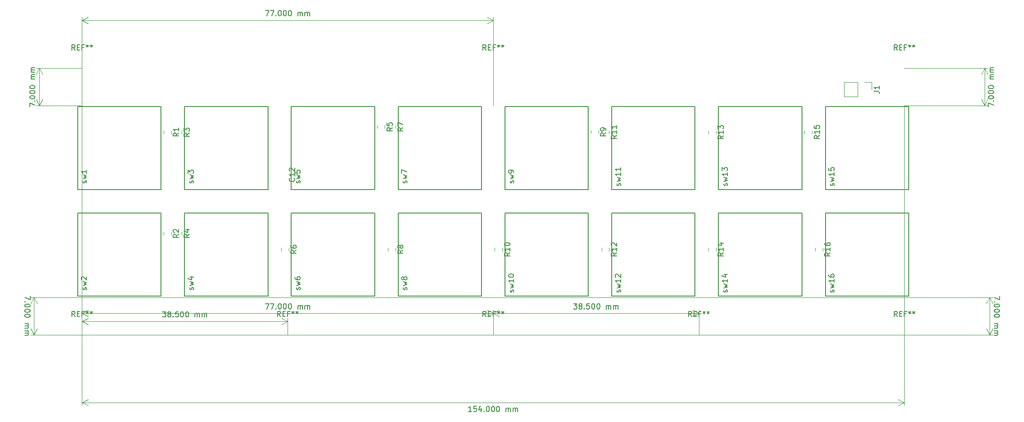
<source format=gbr>
G04 #@! TF.GenerationSoftware,KiCad,Pcbnew,(5.1.5)-3*
G04 #@! TF.CreationDate,2020-07-04T05:03:45+02:00*
G04 #@! TF.ProjectId,buttonboard,62757474-6f6e-4626-9f61-72642e6b6963,rev?*
G04 #@! TF.SameCoordinates,Original*
G04 #@! TF.FileFunction,Legend,Top*
G04 #@! TF.FilePolarity,Positive*
%FSLAX46Y46*%
G04 Gerber Fmt 4.6, Leading zero omitted, Abs format (unit mm)*
G04 Created by KiCad (PCBNEW (5.1.5)-3) date 2020-07-04 05:03:45*
%MOMM*%
%LPD*%
G04 APERTURE LIST*
%ADD10C,0.150000*%
%ADD11C,0.120000*%
G04 APERTURE END LIST*
D10*
X175059523Y-219182380D02*
X175678571Y-219182380D01*
X175345238Y-219563333D01*
X175488095Y-219563333D01*
X175583333Y-219610952D01*
X175630952Y-219658571D01*
X175678571Y-219753809D01*
X175678571Y-219991904D01*
X175630952Y-220087142D01*
X175583333Y-220134761D01*
X175488095Y-220182380D01*
X175202380Y-220182380D01*
X175107142Y-220134761D01*
X175059523Y-220087142D01*
X176250000Y-219610952D02*
X176154761Y-219563333D01*
X176107142Y-219515714D01*
X176059523Y-219420476D01*
X176059523Y-219372857D01*
X176107142Y-219277619D01*
X176154761Y-219230000D01*
X176250000Y-219182380D01*
X176440476Y-219182380D01*
X176535714Y-219230000D01*
X176583333Y-219277619D01*
X176630952Y-219372857D01*
X176630952Y-219420476D01*
X176583333Y-219515714D01*
X176535714Y-219563333D01*
X176440476Y-219610952D01*
X176250000Y-219610952D01*
X176154761Y-219658571D01*
X176107142Y-219706190D01*
X176059523Y-219801428D01*
X176059523Y-219991904D01*
X176107142Y-220087142D01*
X176154761Y-220134761D01*
X176250000Y-220182380D01*
X176440476Y-220182380D01*
X176535714Y-220134761D01*
X176583333Y-220087142D01*
X176630952Y-219991904D01*
X176630952Y-219801428D01*
X176583333Y-219706190D01*
X176535714Y-219658571D01*
X176440476Y-219610952D01*
X177059523Y-220087142D02*
X177107142Y-220134761D01*
X177059523Y-220182380D01*
X177011904Y-220134761D01*
X177059523Y-220087142D01*
X177059523Y-220182380D01*
X178011904Y-219182380D02*
X177535714Y-219182380D01*
X177488095Y-219658571D01*
X177535714Y-219610952D01*
X177630952Y-219563333D01*
X177869047Y-219563333D01*
X177964285Y-219610952D01*
X178011904Y-219658571D01*
X178059523Y-219753809D01*
X178059523Y-219991904D01*
X178011904Y-220087142D01*
X177964285Y-220134761D01*
X177869047Y-220182380D01*
X177630952Y-220182380D01*
X177535714Y-220134761D01*
X177488095Y-220087142D01*
X178678571Y-219182380D02*
X178773809Y-219182380D01*
X178869047Y-219230000D01*
X178916666Y-219277619D01*
X178964285Y-219372857D01*
X179011904Y-219563333D01*
X179011904Y-219801428D01*
X178964285Y-219991904D01*
X178916666Y-220087142D01*
X178869047Y-220134761D01*
X178773809Y-220182380D01*
X178678571Y-220182380D01*
X178583333Y-220134761D01*
X178535714Y-220087142D01*
X178488095Y-219991904D01*
X178440476Y-219801428D01*
X178440476Y-219563333D01*
X178488095Y-219372857D01*
X178535714Y-219277619D01*
X178583333Y-219230000D01*
X178678571Y-219182380D01*
X179630952Y-219182380D02*
X179726190Y-219182380D01*
X179821428Y-219230000D01*
X179869047Y-219277619D01*
X179916666Y-219372857D01*
X179964285Y-219563333D01*
X179964285Y-219801428D01*
X179916666Y-219991904D01*
X179869047Y-220087142D01*
X179821428Y-220134761D01*
X179726190Y-220182380D01*
X179630952Y-220182380D01*
X179535714Y-220134761D01*
X179488095Y-220087142D01*
X179440476Y-219991904D01*
X179392857Y-219801428D01*
X179392857Y-219563333D01*
X179440476Y-219372857D01*
X179488095Y-219277619D01*
X179535714Y-219230000D01*
X179630952Y-219182380D01*
X181154761Y-220182380D02*
X181154761Y-219515714D01*
X181154761Y-219610952D02*
X181202380Y-219563333D01*
X181297619Y-219515714D01*
X181440476Y-219515714D01*
X181535714Y-219563333D01*
X181583333Y-219658571D01*
X181583333Y-220182380D01*
X181583333Y-219658571D02*
X181630952Y-219563333D01*
X181726190Y-219515714D01*
X181869047Y-219515714D01*
X181964285Y-219563333D01*
X182011904Y-219658571D01*
X182011904Y-220182380D01*
X182488095Y-220182380D02*
X182488095Y-219515714D01*
X182488095Y-219610952D02*
X182535714Y-219563333D01*
X182630952Y-219515714D01*
X182773809Y-219515714D01*
X182869047Y-219563333D01*
X182916666Y-219658571D01*
X182916666Y-220182380D01*
X182916666Y-219658571D02*
X182964285Y-219563333D01*
X183059523Y-219515714D01*
X183202380Y-219515714D01*
X183297619Y-219563333D01*
X183345238Y-219658571D01*
X183345238Y-220182380D01*
D11*
X160000000Y-221000000D02*
X198500000Y-221000000D01*
X160000000Y-225000000D02*
X160000000Y-220413579D01*
X198500000Y-225000000D02*
X198500000Y-220413579D01*
X198500000Y-221000000D02*
X197373496Y-221586421D01*
X198500000Y-221000000D02*
X197373496Y-220413579D01*
X160000000Y-221000000D02*
X161126504Y-221586421D01*
X160000000Y-221000000D02*
X161126504Y-220413579D01*
D10*
X98059523Y-220682380D02*
X98678571Y-220682380D01*
X98345238Y-221063333D01*
X98488095Y-221063333D01*
X98583333Y-221110952D01*
X98630952Y-221158571D01*
X98678571Y-221253809D01*
X98678571Y-221491904D01*
X98630952Y-221587142D01*
X98583333Y-221634761D01*
X98488095Y-221682380D01*
X98202380Y-221682380D01*
X98107142Y-221634761D01*
X98059523Y-221587142D01*
X99250000Y-221110952D02*
X99154761Y-221063333D01*
X99107142Y-221015714D01*
X99059523Y-220920476D01*
X99059523Y-220872857D01*
X99107142Y-220777619D01*
X99154761Y-220730000D01*
X99250000Y-220682380D01*
X99440476Y-220682380D01*
X99535714Y-220730000D01*
X99583333Y-220777619D01*
X99630952Y-220872857D01*
X99630952Y-220920476D01*
X99583333Y-221015714D01*
X99535714Y-221063333D01*
X99440476Y-221110952D01*
X99250000Y-221110952D01*
X99154761Y-221158571D01*
X99107142Y-221206190D01*
X99059523Y-221301428D01*
X99059523Y-221491904D01*
X99107142Y-221587142D01*
X99154761Y-221634761D01*
X99250000Y-221682380D01*
X99440476Y-221682380D01*
X99535714Y-221634761D01*
X99583333Y-221587142D01*
X99630952Y-221491904D01*
X99630952Y-221301428D01*
X99583333Y-221206190D01*
X99535714Y-221158571D01*
X99440476Y-221110952D01*
X100059523Y-221587142D02*
X100107142Y-221634761D01*
X100059523Y-221682380D01*
X100011904Y-221634761D01*
X100059523Y-221587142D01*
X100059523Y-221682380D01*
X101011904Y-220682380D02*
X100535714Y-220682380D01*
X100488095Y-221158571D01*
X100535714Y-221110952D01*
X100630952Y-221063333D01*
X100869047Y-221063333D01*
X100964285Y-221110952D01*
X101011904Y-221158571D01*
X101059523Y-221253809D01*
X101059523Y-221491904D01*
X101011904Y-221587142D01*
X100964285Y-221634761D01*
X100869047Y-221682380D01*
X100630952Y-221682380D01*
X100535714Y-221634761D01*
X100488095Y-221587142D01*
X101678571Y-220682380D02*
X101773809Y-220682380D01*
X101869047Y-220730000D01*
X101916666Y-220777619D01*
X101964285Y-220872857D01*
X102011904Y-221063333D01*
X102011904Y-221301428D01*
X101964285Y-221491904D01*
X101916666Y-221587142D01*
X101869047Y-221634761D01*
X101773809Y-221682380D01*
X101678571Y-221682380D01*
X101583333Y-221634761D01*
X101535714Y-221587142D01*
X101488095Y-221491904D01*
X101440476Y-221301428D01*
X101440476Y-221063333D01*
X101488095Y-220872857D01*
X101535714Y-220777619D01*
X101583333Y-220730000D01*
X101678571Y-220682380D01*
X102630952Y-220682380D02*
X102726190Y-220682380D01*
X102821428Y-220730000D01*
X102869047Y-220777619D01*
X102916666Y-220872857D01*
X102964285Y-221063333D01*
X102964285Y-221301428D01*
X102916666Y-221491904D01*
X102869047Y-221587142D01*
X102821428Y-221634761D01*
X102726190Y-221682380D01*
X102630952Y-221682380D01*
X102535714Y-221634761D01*
X102488095Y-221587142D01*
X102440476Y-221491904D01*
X102392857Y-221301428D01*
X102392857Y-221063333D01*
X102440476Y-220872857D01*
X102488095Y-220777619D01*
X102535714Y-220730000D01*
X102630952Y-220682380D01*
X104154761Y-221682380D02*
X104154761Y-221015714D01*
X104154761Y-221110952D02*
X104202380Y-221063333D01*
X104297619Y-221015714D01*
X104440476Y-221015714D01*
X104535714Y-221063333D01*
X104583333Y-221158571D01*
X104583333Y-221682380D01*
X104583333Y-221158571D02*
X104630952Y-221063333D01*
X104726190Y-221015714D01*
X104869047Y-221015714D01*
X104964285Y-221063333D01*
X105011904Y-221158571D01*
X105011904Y-221682380D01*
X105488095Y-221682380D02*
X105488095Y-221015714D01*
X105488095Y-221110952D02*
X105535714Y-221063333D01*
X105630952Y-221015714D01*
X105773809Y-221015714D01*
X105869047Y-221063333D01*
X105916666Y-221158571D01*
X105916666Y-221682380D01*
X105916666Y-221158571D02*
X105964285Y-221063333D01*
X106059523Y-221015714D01*
X106202380Y-221015714D01*
X106297619Y-221063333D01*
X106345238Y-221158571D01*
X106345238Y-221682380D01*
D11*
X83000000Y-222500000D02*
X121500000Y-222500000D01*
X83000000Y-225000000D02*
X83000000Y-221913579D01*
X121500000Y-225000000D02*
X121500000Y-221913579D01*
X121500000Y-222500000D02*
X120373496Y-223086421D01*
X121500000Y-222500000D02*
X120373496Y-221913579D01*
X83000000Y-222500000D02*
X84126504Y-223086421D01*
X83000000Y-222500000D02*
X84126504Y-221913579D01*
D10*
X117309523Y-219182380D02*
X117976190Y-219182380D01*
X117547619Y-220182380D01*
X118261904Y-219182380D02*
X118928571Y-219182380D01*
X118500000Y-220182380D01*
X119309523Y-220087142D02*
X119357142Y-220134761D01*
X119309523Y-220182380D01*
X119261904Y-220134761D01*
X119309523Y-220087142D01*
X119309523Y-220182380D01*
X119976190Y-219182380D02*
X120071428Y-219182380D01*
X120166666Y-219230000D01*
X120214285Y-219277619D01*
X120261904Y-219372857D01*
X120309523Y-219563333D01*
X120309523Y-219801428D01*
X120261904Y-219991904D01*
X120214285Y-220087142D01*
X120166666Y-220134761D01*
X120071428Y-220182380D01*
X119976190Y-220182380D01*
X119880952Y-220134761D01*
X119833333Y-220087142D01*
X119785714Y-219991904D01*
X119738095Y-219801428D01*
X119738095Y-219563333D01*
X119785714Y-219372857D01*
X119833333Y-219277619D01*
X119880952Y-219230000D01*
X119976190Y-219182380D01*
X120928571Y-219182380D02*
X121023809Y-219182380D01*
X121119047Y-219230000D01*
X121166666Y-219277619D01*
X121214285Y-219372857D01*
X121261904Y-219563333D01*
X121261904Y-219801428D01*
X121214285Y-219991904D01*
X121166666Y-220087142D01*
X121119047Y-220134761D01*
X121023809Y-220182380D01*
X120928571Y-220182380D01*
X120833333Y-220134761D01*
X120785714Y-220087142D01*
X120738095Y-219991904D01*
X120690476Y-219801428D01*
X120690476Y-219563333D01*
X120738095Y-219372857D01*
X120785714Y-219277619D01*
X120833333Y-219230000D01*
X120928571Y-219182380D01*
X121880952Y-219182380D02*
X121976190Y-219182380D01*
X122071428Y-219230000D01*
X122119047Y-219277619D01*
X122166666Y-219372857D01*
X122214285Y-219563333D01*
X122214285Y-219801428D01*
X122166666Y-219991904D01*
X122119047Y-220087142D01*
X122071428Y-220134761D01*
X121976190Y-220182380D01*
X121880952Y-220182380D01*
X121785714Y-220134761D01*
X121738095Y-220087142D01*
X121690476Y-219991904D01*
X121642857Y-219801428D01*
X121642857Y-219563333D01*
X121690476Y-219372857D01*
X121738095Y-219277619D01*
X121785714Y-219230000D01*
X121880952Y-219182380D01*
X123404761Y-220182380D02*
X123404761Y-219515714D01*
X123404761Y-219610952D02*
X123452380Y-219563333D01*
X123547619Y-219515714D01*
X123690476Y-219515714D01*
X123785714Y-219563333D01*
X123833333Y-219658571D01*
X123833333Y-220182380D01*
X123833333Y-219658571D02*
X123880952Y-219563333D01*
X123976190Y-219515714D01*
X124119047Y-219515714D01*
X124214285Y-219563333D01*
X124261904Y-219658571D01*
X124261904Y-220182380D01*
X124738095Y-220182380D02*
X124738095Y-219515714D01*
X124738095Y-219610952D02*
X124785714Y-219563333D01*
X124880952Y-219515714D01*
X125023809Y-219515714D01*
X125119047Y-219563333D01*
X125166666Y-219658571D01*
X125166666Y-220182380D01*
X125166666Y-219658571D02*
X125214285Y-219563333D01*
X125309523Y-219515714D01*
X125452380Y-219515714D01*
X125547619Y-219563333D01*
X125595238Y-219658571D01*
X125595238Y-220182380D01*
D11*
X83000000Y-221000000D02*
X160000000Y-221000000D01*
X83000000Y-225000000D02*
X83000000Y-220413579D01*
X160000000Y-225000000D02*
X160000000Y-220413579D01*
X160000000Y-221000000D02*
X158873496Y-221586421D01*
X160000000Y-221000000D02*
X158873496Y-220413579D01*
X83000000Y-221000000D02*
X84126504Y-221586421D01*
X83000000Y-221000000D02*
X84126504Y-220413579D01*
D10*
X254817619Y-217785714D02*
X254817619Y-218452380D01*
X253817619Y-218023809D01*
X253912857Y-218833333D02*
X253865238Y-218880952D01*
X253817619Y-218833333D01*
X253865238Y-218785714D01*
X253912857Y-218833333D01*
X253817619Y-218833333D01*
X254817619Y-219500000D02*
X254817619Y-219595238D01*
X254770000Y-219690476D01*
X254722380Y-219738095D01*
X254627142Y-219785714D01*
X254436666Y-219833333D01*
X254198571Y-219833333D01*
X254008095Y-219785714D01*
X253912857Y-219738095D01*
X253865238Y-219690476D01*
X253817619Y-219595238D01*
X253817619Y-219500000D01*
X253865238Y-219404761D01*
X253912857Y-219357142D01*
X254008095Y-219309523D01*
X254198571Y-219261904D01*
X254436666Y-219261904D01*
X254627142Y-219309523D01*
X254722380Y-219357142D01*
X254770000Y-219404761D01*
X254817619Y-219500000D01*
X254817619Y-220452380D02*
X254817619Y-220547619D01*
X254770000Y-220642857D01*
X254722380Y-220690476D01*
X254627142Y-220738095D01*
X254436666Y-220785714D01*
X254198571Y-220785714D01*
X254008095Y-220738095D01*
X253912857Y-220690476D01*
X253865238Y-220642857D01*
X253817619Y-220547619D01*
X253817619Y-220452380D01*
X253865238Y-220357142D01*
X253912857Y-220309523D01*
X254008095Y-220261904D01*
X254198571Y-220214285D01*
X254436666Y-220214285D01*
X254627142Y-220261904D01*
X254722380Y-220309523D01*
X254770000Y-220357142D01*
X254817619Y-220452380D01*
X254817619Y-221404761D02*
X254817619Y-221500000D01*
X254770000Y-221595238D01*
X254722380Y-221642857D01*
X254627142Y-221690476D01*
X254436666Y-221738095D01*
X254198571Y-221738095D01*
X254008095Y-221690476D01*
X253912857Y-221642857D01*
X253865238Y-221595238D01*
X253817619Y-221500000D01*
X253817619Y-221404761D01*
X253865238Y-221309523D01*
X253912857Y-221261904D01*
X254008095Y-221214285D01*
X254198571Y-221166666D01*
X254436666Y-221166666D01*
X254627142Y-221214285D01*
X254722380Y-221261904D01*
X254770000Y-221309523D01*
X254817619Y-221404761D01*
X253817619Y-222928571D02*
X254484285Y-222928571D01*
X254389047Y-222928571D02*
X254436666Y-222976190D01*
X254484285Y-223071428D01*
X254484285Y-223214285D01*
X254436666Y-223309523D01*
X254341428Y-223357142D01*
X253817619Y-223357142D01*
X254341428Y-223357142D02*
X254436666Y-223404761D01*
X254484285Y-223500000D01*
X254484285Y-223642857D01*
X254436666Y-223738095D01*
X254341428Y-223785714D01*
X253817619Y-223785714D01*
X253817619Y-224261904D02*
X254484285Y-224261904D01*
X254389047Y-224261904D02*
X254436666Y-224309523D01*
X254484285Y-224404761D01*
X254484285Y-224547619D01*
X254436666Y-224642857D01*
X254341428Y-224690476D01*
X253817619Y-224690476D01*
X254341428Y-224690476D02*
X254436666Y-224738095D01*
X254484285Y-224833333D01*
X254484285Y-224976190D01*
X254436666Y-225071428D01*
X254341428Y-225119047D01*
X253817619Y-225119047D01*
D11*
X253000000Y-218000000D02*
X253000000Y-225000000D01*
X83000000Y-218000000D02*
X253586421Y-218000000D01*
X83000000Y-225000000D02*
X253586421Y-225000000D01*
X253000000Y-225000000D02*
X252413579Y-223873496D01*
X253000000Y-225000000D02*
X253586421Y-223873496D01*
X253000000Y-218000000D02*
X252413579Y-219126504D01*
X253000000Y-218000000D02*
X253586421Y-219126504D01*
D10*
X73277619Y-217785714D02*
X73277619Y-218452380D01*
X72277619Y-218023809D01*
X72372857Y-218833333D02*
X72325238Y-218880952D01*
X72277619Y-218833333D01*
X72325238Y-218785714D01*
X72372857Y-218833333D01*
X72277619Y-218833333D01*
X73277619Y-219500000D02*
X73277619Y-219595238D01*
X73230000Y-219690476D01*
X73182380Y-219738095D01*
X73087142Y-219785714D01*
X72896666Y-219833333D01*
X72658571Y-219833333D01*
X72468095Y-219785714D01*
X72372857Y-219738095D01*
X72325238Y-219690476D01*
X72277619Y-219595238D01*
X72277619Y-219500000D01*
X72325238Y-219404761D01*
X72372857Y-219357142D01*
X72468095Y-219309523D01*
X72658571Y-219261904D01*
X72896666Y-219261904D01*
X73087142Y-219309523D01*
X73182380Y-219357142D01*
X73230000Y-219404761D01*
X73277619Y-219500000D01*
X73277619Y-220452380D02*
X73277619Y-220547619D01*
X73230000Y-220642857D01*
X73182380Y-220690476D01*
X73087142Y-220738095D01*
X72896666Y-220785714D01*
X72658571Y-220785714D01*
X72468095Y-220738095D01*
X72372857Y-220690476D01*
X72325238Y-220642857D01*
X72277619Y-220547619D01*
X72277619Y-220452380D01*
X72325238Y-220357142D01*
X72372857Y-220309523D01*
X72468095Y-220261904D01*
X72658571Y-220214285D01*
X72896666Y-220214285D01*
X73087142Y-220261904D01*
X73182380Y-220309523D01*
X73230000Y-220357142D01*
X73277619Y-220452380D01*
X73277619Y-221404761D02*
X73277619Y-221500000D01*
X73230000Y-221595238D01*
X73182380Y-221642857D01*
X73087142Y-221690476D01*
X72896666Y-221738095D01*
X72658571Y-221738095D01*
X72468095Y-221690476D01*
X72372857Y-221642857D01*
X72325238Y-221595238D01*
X72277619Y-221500000D01*
X72277619Y-221404761D01*
X72325238Y-221309523D01*
X72372857Y-221261904D01*
X72468095Y-221214285D01*
X72658571Y-221166666D01*
X72896666Y-221166666D01*
X73087142Y-221214285D01*
X73182380Y-221261904D01*
X73230000Y-221309523D01*
X73277619Y-221404761D01*
X72277619Y-222928571D02*
X72944285Y-222928571D01*
X72849047Y-222928571D02*
X72896666Y-222976190D01*
X72944285Y-223071428D01*
X72944285Y-223214285D01*
X72896666Y-223309523D01*
X72801428Y-223357142D01*
X72277619Y-223357142D01*
X72801428Y-223357142D02*
X72896666Y-223404761D01*
X72944285Y-223500000D01*
X72944285Y-223642857D01*
X72896666Y-223738095D01*
X72801428Y-223785714D01*
X72277619Y-223785714D01*
X72277619Y-224261904D02*
X72944285Y-224261904D01*
X72849047Y-224261904D02*
X72896666Y-224309523D01*
X72944285Y-224404761D01*
X72944285Y-224547619D01*
X72896666Y-224642857D01*
X72801428Y-224690476D01*
X72277619Y-224690476D01*
X72801428Y-224690476D02*
X72896666Y-224738095D01*
X72944285Y-224833333D01*
X72944285Y-224976190D01*
X72896666Y-225071428D01*
X72801428Y-225119047D01*
X72277619Y-225119047D01*
D11*
X74000000Y-218000000D02*
X74000000Y-225000000D01*
X83000000Y-218000000D02*
X73413579Y-218000000D01*
X83000000Y-225000000D02*
X73413579Y-225000000D01*
X74000000Y-225000000D02*
X73413579Y-223873496D01*
X74000000Y-225000000D02*
X74586421Y-223873496D01*
X74000000Y-218000000D02*
X73413579Y-219126504D01*
X74000000Y-218000000D02*
X74586421Y-219126504D01*
D10*
X155952380Y-239422379D02*
X155380952Y-239422379D01*
X155666666Y-239422379D02*
X155666666Y-238422379D01*
X155571428Y-238565237D01*
X155476190Y-238660475D01*
X155380952Y-238708094D01*
X156857142Y-238422379D02*
X156380952Y-238422379D01*
X156333333Y-238898570D01*
X156380952Y-238850951D01*
X156476190Y-238803332D01*
X156714285Y-238803332D01*
X156809523Y-238850951D01*
X156857142Y-238898570D01*
X156904761Y-238993808D01*
X156904761Y-239231903D01*
X156857142Y-239327141D01*
X156809523Y-239374760D01*
X156714285Y-239422379D01*
X156476190Y-239422379D01*
X156380952Y-239374760D01*
X156333333Y-239327141D01*
X157761904Y-238755713D02*
X157761904Y-239422379D01*
X157523809Y-238374760D02*
X157285714Y-239089046D01*
X157904761Y-239089046D01*
X158285714Y-239327141D02*
X158333333Y-239374760D01*
X158285714Y-239422379D01*
X158238095Y-239374760D01*
X158285714Y-239327141D01*
X158285714Y-239422379D01*
X158952380Y-238422379D02*
X159047619Y-238422379D01*
X159142857Y-238469999D01*
X159190476Y-238517618D01*
X159238095Y-238612856D01*
X159285714Y-238803332D01*
X159285714Y-239041427D01*
X159238095Y-239231903D01*
X159190476Y-239327141D01*
X159142857Y-239374760D01*
X159047619Y-239422379D01*
X158952380Y-239422379D01*
X158857142Y-239374760D01*
X158809523Y-239327141D01*
X158761904Y-239231903D01*
X158714285Y-239041427D01*
X158714285Y-238803332D01*
X158761904Y-238612856D01*
X158809523Y-238517618D01*
X158857142Y-238469999D01*
X158952380Y-238422379D01*
X159904761Y-238422379D02*
X160000000Y-238422379D01*
X160095238Y-238469999D01*
X160142857Y-238517618D01*
X160190476Y-238612856D01*
X160238095Y-238803332D01*
X160238095Y-239041427D01*
X160190476Y-239231903D01*
X160142857Y-239327141D01*
X160095238Y-239374760D01*
X160000000Y-239422379D01*
X159904761Y-239422379D01*
X159809523Y-239374760D01*
X159761904Y-239327141D01*
X159714285Y-239231903D01*
X159666666Y-239041427D01*
X159666666Y-238803332D01*
X159714285Y-238612856D01*
X159761904Y-238517618D01*
X159809523Y-238469999D01*
X159904761Y-238422379D01*
X160857142Y-238422379D02*
X160952380Y-238422379D01*
X161047619Y-238469999D01*
X161095238Y-238517618D01*
X161142857Y-238612856D01*
X161190476Y-238803332D01*
X161190476Y-239041427D01*
X161142857Y-239231903D01*
X161095238Y-239327141D01*
X161047619Y-239374760D01*
X160952380Y-239422379D01*
X160857142Y-239422379D01*
X160761904Y-239374760D01*
X160714285Y-239327141D01*
X160666666Y-239231903D01*
X160619047Y-239041427D01*
X160619047Y-238803332D01*
X160666666Y-238612856D01*
X160714285Y-238517618D01*
X160761904Y-238469999D01*
X160857142Y-238422379D01*
X162380952Y-239422379D02*
X162380952Y-238755713D01*
X162380952Y-238850951D02*
X162428571Y-238803332D01*
X162523809Y-238755713D01*
X162666666Y-238755713D01*
X162761904Y-238803332D01*
X162809523Y-238898570D01*
X162809523Y-239422379D01*
X162809523Y-238898570D02*
X162857142Y-238803332D01*
X162952380Y-238755713D01*
X163095238Y-238755713D01*
X163190476Y-238803332D01*
X163238095Y-238898570D01*
X163238095Y-239422379D01*
X163714285Y-239422379D02*
X163714285Y-238755713D01*
X163714285Y-238850951D02*
X163761904Y-238803332D01*
X163857142Y-238755713D01*
X164000000Y-238755713D01*
X164095238Y-238803332D01*
X164142857Y-238898570D01*
X164142857Y-239422379D01*
X164142857Y-238898570D02*
X164190476Y-238803332D01*
X164285714Y-238755713D01*
X164428571Y-238755713D01*
X164523809Y-238803332D01*
X164571428Y-238898570D01*
X164571428Y-239422379D01*
D11*
X83000000Y-237699999D02*
X237000000Y-237699999D01*
X83000000Y-182000000D02*
X83000000Y-238286420D01*
X237000000Y-182000000D02*
X237000000Y-238286420D01*
X237000000Y-237699999D02*
X235873496Y-238286420D01*
X237000000Y-237699999D02*
X235873496Y-237113578D01*
X83000000Y-237699999D02*
X84126504Y-238286420D01*
X83000000Y-237699999D02*
X84126504Y-237113578D01*
D10*
X73182380Y-182214285D02*
X73182380Y-181547619D01*
X74182380Y-181976190D01*
X74087142Y-181166666D02*
X74134761Y-181119047D01*
X74182380Y-181166666D01*
X74134761Y-181214285D01*
X74087142Y-181166666D01*
X74182380Y-181166666D01*
X73182380Y-180500000D02*
X73182380Y-180404761D01*
X73230000Y-180309523D01*
X73277619Y-180261904D01*
X73372857Y-180214285D01*
X73563333Y-180166666D01*
X73801428Y-180166666D01*
X73991904Y-180214285D01*
X74087142Y-180261904D01*
X74134761Y-180309523D01*
X74182380Y-180404761D01*
X74182380Y-180500000D01*
X74134761Y-180595238D01*
X74087142Y-180642857D01*
X73991904Y-180690476D01*
X73801428Y-180738095D01*
X73563333Y-180738095D01*
X73372857Y-180690476D01*
X73277619Y-180642857D01*
X73230000Y-180595238D01*
X73182380Y-180500000D01*
X73182380Y-179547619D02*
X73182380Y-179452380D01*
X73230000Y-179357142D01*
X73277619Y-179309523D01*
X73372857Y-179261904D01*
X73563333Y-179214285D01*
X73801428Y-179214285D01*
X73991904Y-179261904D01*
X74087142Y-179309523D01*
X74134761Y-179357142D01*
X74182380Y-179452380D01*
X74182380Y-179547619D01*
X74134761Y-179642857D01*
X74087142Y-179690476D01*
X73991904Y-179738095D01*
X73801428Y-179785714D01*
X73563333Y-179785714D01*
X73372857Y-179738095D01*
X73277619Y-179690476D01*
X73230000Y-179642857D01*
X73182380Y-179547619D01*
X73182380Y-178595238D02*
X73182380Y-178500000D01*
X73230000Y-178404761D01*
X73277619Y-178357142D01*
X73372857Y-178309523D01*
X73563333Y-178261904D01*
X73801428Y-178261904D01*
X73991904Y-178309523D01*
X74087142Y-178357142D01*
X74134761Y-178404761D01*
X74182380Y-178500000D01*
X74182380Y-178595238D01*
X74134761Y-178690476D01*
X74087142Y-178738095D01*
X73991904Y-178785714D01*
X73801428Y-178833333D01*
X73563333Y-178833333D01*
X73372857Y-178785714D01*
X73277619Y-178738095D01*
X73230000Y-178690476D01*
X73182380Y-178595238D01*
X74182380Y-177071428D02*
X73515714Y-177071428D01*
X73610952Y-177071428D02*
X73563333Y-177023809D01*
X73515714Y-176928571D01*
X73515714Y-176785714D01*
X73563333Y-176690476D01*
X73658571Y-176642857D01*
X74182380Y-176642857D01*
X73658571Y-176642857D02*
X73563333Y-176595238D01*
X73515714Y-176500000D01*
X73515714Y-176357142D01*
X73563333Y-176261904D01*
X73658571Y-176214285D01*
X74182380Y-176214285D01*
X74182380Y-175738095D02*
X73515714Y-175738095D01*
X73610952Y-175738095D02*
X73563333Y-175690476D01*
X73515714Y-175595238D01*
X73515714Y-175452380D01*
X73563333Y-175357142D01*
X73658571Y-175309523D01*
X74182380Y-175309523D01*
X73658571Y-175309523D02*
X73563333Y-175261904D01*
X73515714Y-175166666D01*
X73515714Y-175023809D01*
X73563333Y-174928571D01*
X73658571Y-174880952D01*
X74182380Y-174880952D01*
D11*
X75000000Y-182000000D02*
X75000000Y-175000000D01*
X83000000Y-182000000D02*
X74413579Y-182000000D01*
X83000000Y-175000000D02*
X74413579Y-175000000D01*
X75000000Y-175000000D02*
X75586421Y-176126504D01*
X75000000Y-175000000D02*
X74413579Y-176126504D01*
X75000000Y-182000000D02*
X75586421Y-180873496D01*
X75000000Y-182000000D02*
X74413579Y-180873496D01*
D10*
X252722380Y-182214285D02*
X252722380Y-181547619D01*
X253722380Y-181976190D01*
X253627142Y-181166666D02*
X253674761Y-181119047D01*
X253722380Y-181166666D01*
X253674761Y-181214285D01*
X253627142Y-181166666D01*
X253722380Y-181166666D01*
X252722380Y-180500000D02*
X252722380Y-180404761D01*
X252770000Y-180309523D01*
X252817619Y-180261904D01*
X252912857Y-180214285D01*
X253103333Y-180166666D01*
X253341428Y-180166666D01*
X253531904Y-180214285D01*
X253627142Y-180261904D01*
X253674761Y-180309523D01*
X253722380Y-180404761D01*
X253722380Y-180500000D01*
X253674761Y-180595238D01*
X253627142Y-180642857D01*
X253531904Y-180690476D01*
X253341428Y-180738095D01*
X253103333Y-180738095D01*
X252912857Y-180690476D01*
X252817619Y-180642857D01*
X252770000Y-180595238D01*
X252722380Y-180500000D01*
X252722380Y-179547619D02*
X252722380Y-179452380D01*
X252770000Y-179357142D01*
X252817619Y-179309523D01*
X252912857Y-179261904D01*
X253103333Y-179214285D01*
X253341428Y-179214285D01*
X253531904Y-179261904D01*
X253627142Y-179309523D01*
X253674761Y-179357142D01*
X253722380Y-179452380D01*
X253722380Y-179547619D01*
X253674761Y-179642857D01*
X253627142Y-179690476D01*
X253531904Y-179738095D01*
X253341428Y-179785714D01*
X253103333Y-179785714D01*
X252912857Y-179738095D01*
X252817619Y-179690476D01*
X252770000Y-179642857D01*
X252722380Y-179547619D01*
X252722380Y-178595238D02*
X252722380Y-178500000D01*
X252770000Y-178404761D01*
X252817619Y-178357142D01*
X252912857Y-178309523D01*
X253103333Y-178261904D01*
X253341428Y-178261904D01*
X253531904Y-178309523D01*
X253627142Y-178357142D01*
X253674761Y-178404761D01*
X253722380Y-178500000D01*
X253722380Y-178595238D01*
X253674761Y-178690476D01*
X253627142Y-178738095D01*
X253531904Y-178785714D01*
X253341428Y-178833333D01*
X253103333Y-178833333D01*
X252912857Y-178785714D01*
X252817619Y-178738095D01*
X252770000Y-178690476D01*
X252722380Y-178595238D01*
X253722380Y-177071428D02*
X253055714Y-177071428D01*
X253150952Y-177071428D02*
X253103333Y-177023809D01*
X253055714Y-176928571D01*
X253055714Y-176785714D01*
X253103333Y-176690476D01*
X253198571Y-176642857D01*
X253722380Y-176642857D01*
X253198571Y-176642857D02*
X253103333Y-176595238D01*
X253055714Y-176500000D01*
X253055714Y-176357142D01*
X253103333Y-176261904D01*
X253198571Y-176214285D01*
X253722380Y-176214285D01*
X253722380Y-175738095D02*
X253055714Y-175738095D01*
X253150952Y-175738095D02*
X253103333Y-175690476D01*
X253055714Y-175595238D01*
X253055714Y-175452380D01*
X253103333Y-175357142D01*
X253198571Y-175309523D01*
X253722380Y-175309523D01*
X253198571Y-175309523D02*
X253103333Y-175261904D01*
X253055714Y-175166666D01*
X253055714Y-175023809D01*
X253103333Y-174928571D01*
X253198571Y-174880952D01*
X253722380Y-174880952D01*
D11*
X252000000Y-182000000D02*
X252000000Y-175000000D01*
X237000000Y-182000000D02*
X252586421Y-182000000D01*
X237000000Y-175000000D02*
X252586421Y-175000000D01*
X252000000Y-175000000D02*
X252586421Y-176126504D01*
X252000000Y-175000000D02*
X251413579Y-176126504D01*
X252000000Y-182000000D02*
X252586421Y-180873496D01*
X252000000Y-182000000D02*
X251413579Y-180873496D01*
D10*
X117309523Y-164182380D02*
X117976190Y-164182380D01*
X117547619Y-165182380D01*
X118261904Y-164182380D02*
X118928571Y-164182380D01*
X118500000Y-165182380D01*
X119309523Y-165087142D02*
X119357142Y-165134761D01*
X119309523Y-165182380D01*
X119261904Y-165134761D01*
X119309523Y-165087142D01*
X119309523Y-165182380D01*
X119976190Y-164182380D02*
X120071428Y-164182380D01*
X120166666Y-164230000D01*
X120214285Y-164277619D01*
X120261904Y-164372857D01*
X120309523Y-164563333D01*
X120309523Y-164801428D01*
X120261904Y-164991904D01*
X120214285Y-165087142D01*
X120166666Y-165134761D01*
X120071428Y-165182380D01*
X119976190Y-165182380D01*
X119880952Y-165134761D01*
X119833333Y-165087142D01*
X119785714Y-164991904D01*
X119738095Y-164801428D01*
X119738095Y-164563333D01*
X119785714Y-164372857D01*
X119833333Y-164277619D01*
X119880952Y-164230000D01*
X119976190Y-164182380D01*
X120928571Y-164182380D02*
X121023809Y-164182380D01*
X121119047Y-164230000D01*
X121166666Y-164277619D01*
X121214285Y-164372857D01*
X121261904Y-164563333D01*
X121261904Y-164801428D01*
X121214285Y-164991904D01*
X121166666Y-165087142D01*
X121119047Y-165134761D01*
X121023809Y-165182380D01*
X120928571Y-165182380D01*
X120833333Y-165134761D01*
X120785714Y-165087142D01*
X120738095Y-164991904D01*
X120690476Y-164801428D01*
X120690476Y-164563333D01*
X120738095Y-164372857D01*
X120785714Y-164277619D01*
X120833333Y-164230000D01*
X120928571Y-164182380D01*
X121880952Y-164182380D02*
X121976190Y-164182380D01*
X122071428Y-164230000D01*
X122119047Y-164277619D01*
X122166666Y-164372857D01*
X122214285Y-164563333D01*
X122214285Y-164801428D01*
X122166666Y-164991904D01*
X122119047Y-165087142D01*
X122071428Y-165134761D01*
X121976190Y-165182380D01*
X121880952Y-165182380D01*
X121785714Y-165134761D01*
X121738095Y-165087142D01*
X121690476Y-164991904D01*
X121642857Y-164801428D01*
X121642857Y-164563333D01*
X121690476Y-164372857D01*
X121738095Y-164277619D01*
X121785714Y-164230000D01*
X121880952Y-164182380D01*
X123404761Y-165182380D02*
X123404761Y-164515714D01*
X123404761Y-164610952D02*
X123452380Y-164563333D01*
X123547619Y-164515714D01*
X123690476Y-164515714D01*
X123785714Y-164563333D01*
X123833333Y-164658571D01*
X123833333Y-165182380D01*
X123833333Y-164658571D02*
X123880952Y-164563333D01*
X123976190Y-164515714D01*
X124119047Y-164515714D01*
X124214285Y-164563333D01*
X124261904Y-164658571D01*
X124261904Y-165182380D01*
X124738095Y-165182380D02*
X124738095Y-164515714D01*
X124738095Y-164610952D02*
X124785714Y-164563333D01*
X124880952Y-164515714D01*
X125023809Y-164515714D01*
X125119047Y-164563333D01*
X125166666Y-164658571D01*
X125166666Y-165182380D01*
X125166666Y-164658571D02*
X125214285Y-164563333D01*
X125309523Y-164515714D01*
X125452380Y-164515714D01*
X125547619Y-164563333D01*
X125595238Y-164658571D01*
X125595238Y-165182380D01*
D11*
X160000000Y-166000000D02*
X83000000Y-166000000D01*
X160000000Y-182000000D02*
X160000000Y-165413579D01*
X83000000Y-182000000D02*
X83000000Y-165413579D01*
X83000000Y-166000000D02*
X84126504Y-165413579D01*
X83000000Y-166000000D02*
X84126504Y-166586421D01*
X160000000Y-166000000D02*
X158873496Y-165413579D01*
X160000000Y-166000000D02*
X158873496Y-166586421D01*
D10*
X102200000Y-197800000D02*
X102200000Y-182200000D01*
X117800000Y-197800000D02*
X102200000Y-197800000D01*
X117800000Y-182200000D02*
X117800000Y-197800000D01*
X102200000Y-182200000D02*
X117800000Y-182200000D01*
X142200000Y-217800000D02*
X142200000Y-202200000D01*
X157800000Y-217800000D02*
X142200000Y-217800000D01*
X157800000Y-202200000D02*
X157800000Y-217800000D01*
X142200000Y-202200000D02*
X157800000Y-202200000D01*
X182200000Y-217800000D02*
X182200000Y-202200000D01*
X197800000Y-217800000D02*
X182200000Y-217800000D01*
X197800000Y-202200000D02*
X197800000Y-217800000D01*
X182200000Y-202200000D02*
X197800000Y-202200000D01*
X162200000Y-217800000D02*
X162200000Y-202200000D01*
X177800000Y-217800000D02*
X162200000Y-217800000D01*
X177800000Y-202200000D02*
X177800000Y-217800000D01*
X162200000Y-202200000D02*
X177800000Y-202200000D01*
X202200000Y-217800000D02*
X202200000Y-202200000D01*
X217800000Y-217800000D02*
X202200000Y-217800000D01*
X217800000Y-202200000D02*
X217800000Y-217800000D01*
X202200000Y-202200000D02*
X217800000Y-202200000D01*
X222200000Y-217800000D02*
X222200000Y-202200000D01*
X237800000Y-217800000D02*
X222200000Y-217800000D01*
X237800000Y-202200000D02*
X237800000Y-217800000D01*
X222200000Y-202200000D02*
X237800000Y-202200000D01*
X222200000Y-197800000D02*
X222200000Y-182200000D01*
X237800000Y-197800000D02*
X222200000Y-197800000D01*
X237800000Y-182200000D02*
X237800000Y-197800000D01*
X222200000Y-182200000D02*
X237800000Y-182200000D01*
X202200000Y-197800000D02*
X202200000Y-182200000D01*
X217800000Y-197800000D02*
X202200000Y-197800000D01*
X217800000Y-182200000D02*
X217800000Y-197800000D01*
X202200000Y-182200000D02*
X217800000Y-182200000D01*
X182200000Y-197800000D02*
X182200000Y-182200000D01*
X197800000Y-197800000D02*
X182200000Y-197800000D01*
X197800000Y-182200000D02*
X197800000Y-197800000D01*
X182200000Y-182200000D02*
X197800000Y-182200000D01*
X162200000Y-197800000D02*
X162200000Y-182200000D01*
X177800000Y-197800000D02*
X162200000Y-197800000D01*
X177800000Y-182200000D02*
X177800000Y-197800000D01*
X162200000Y-182200000D02*
X177800000Y-182200000D01*
X142200000Y-197800000D02*
X142200000Y-182200000D01*
X157800000Y-197800000D02*
X142200000Y-197800000D01*
X157800000Y-182200000D02*
X157800000Y-197800000D01*
X142200000Y-182200000D02*
X157800000Y-182200000D01*
X122200000Y-217800000D02*
X122200000Y-202200000D01*
X137800000Y-217800000D02*
X122200000Y-217800000D01*
X137800000Y-202200000D02*
X137800000Y-217800000D01*
X122200000Y-202200000D02*
X137800000Y-202200000D01*
X122200000Y-197800000D02*
X122200000Y-182200000D01*
X137800000Y-197800000D02*
X122200000Y-197800000D01*
X137800000Y-182200000D02*
X137800000Y-197800000D01*
X122200000Y-182200000D02*
X137800000Y-182200000D01*
X102200000Y-217800000D02*
X102200000Y-202200000D01*
X117800000Y-217800000D02*
X102200000Y-217800000D01*
X117800000Y-202200000D02*
X117800000Y-217800000D01*
X102200000Y-202200000D02*
X117800000Y-202200000D01*
X82200000Y-217800000D02*
X82200000Y-202200000D01*
X97800000Y-217800000D02*
X82200000Y-217800000D01*
X97800000Y-202200000D02*
X97800000Y-217800000D01*
X82200000Y-202200000D02*
X97800000Y-202200000D01*
X82200000Y-197800000D02*
X82200000Y-182200000D01*
X97800000Y-197800000D02*
X82200000Y-197800000D01*
X97800000Y-182200000D02*
X97800000Y-197800000D01*
X82200000Y-182200000D02*
X97800000Y-182200000D01*
D11*
X220290000Y-208738748D02*
X220290000Y-209261252D01*
X221710000Y-208738748D02*
X221710000Y-209261252D01*
X218290000Y-186738748D02*
X218290000Y-187261252D01*
X219710000Y-186738748D02*
X219710000Y-187261252D01*
X200290000Y-208738748D02*
X200290000Y-209261252D01*
X201710000Y-208738748D02*
X201710000Y-209261252D01*
X200290000Y-186763748D02*
X200290000Y-187286252D01*
X201710000Y-186763748D02*
X201710000Y-187286252D01*
X180290000Y-208738748D02*
X180290000Y-209261252D01*
X181710000Y-208738748D02*
X181710000Y-209261252D01*
X180290000Y-186738748D02*
X180290000Y-187261252D01*
X181710000Y-186738748D02*
X181710000Y-187261252D01*
X160290000Y-208738748D02*
X160290000Y-209261252D01*
X161710000Y-208738748D02*
X161710000Y-209261252D01*
X178290000Y-186713748D02*
X178290000Y-187236252D01*
X179710000Y-186713748D02*
X179710000Y-187236252D01*
X140290000Y-208738748D02*
X140290000Y-209261252D01*
X141710000Y-208738748D02*
X141710000Y-209261252D01*
X140290000Y-185763748D02*
X140290000Y-186286252D01*
X141710000Y-185763748D02*
X141710000Y-186286252D01*
X120290000Y-208738748D02*
X120290000Y-209261252D01*
X121710000Y-208738748D02*
X121710000Y-209261252D01*
X138290000Y-185738748D02*
X138290000Y-186261252D01*
X139710000Y-185738748D02*
X139710000Y-186261252D01*
X100290000Y-205738748D02*
X100290000Y-206261252D01*
X101710000Y-205738748D02*
X101710000Y-206261252D01*
X100290000Y-186763748D02*
X100290000Y-187286252D01*
X101710000Y-186763748D02*
X101710000Y-187286252D01*
X98290000Y-205763748D02*
X98290000Y-206286252D01*
X99710000Y-205763748D02*
X99710000Y-206286252D01*
X98290000Y-186738748D02*
X98290000Y-187261252D01*
X99710000Y-186738748D02*
X99710000Y-187261252D01*
X230870000Y-177670000D02*
X230870000Y-179000000D01*
X229540000Y-177670000D02*
X230870000Y-177670000D01*
X228270000Y-177670000D02*
X228270000Y-180330000D01*
X228270000Y-180330000D02*
X225670000Y-180330000D01*
X228270000Y-177670000D02*
X225670000Y-177670000D01*
X225670000Y-177670000D02*
X225670000Y-180330000D01*
D10*
X197166666Y-221602380D02*
X196833333Y-221126190D01*
X196595238Y-221602380D02*
X196595238Y-220602380D01*
X196976190Y-220602380D01*
X197071428Y-220650000D01*
X197119047Y-220697619D01*
X197166666Y-220792857D01*
X197166666Y-220935714D01*
X197119047Y-221030952D01*
X197071428Y-221078571D01*
X196976190Y-221126190D01*
X196595238Y-221126190D01*
X197595238Y-221078571D02*
X197928571Y-221078571D01*
X198071428Y-221602380D02*
X197595238Y-221602380D01*
X197595238Y-220602380D01*
X198071428Y-220602380D01*
X198833333Y-221078571D02*
X198500000Y-221078571D01*
X198500000Y-221602380D02*
X198500000Y-220602380D01*
X198976190Y-220602380D01*
X199500000Y-220602380D02*
X199500000Y-220840476D01*
X199261904Y-220745238D02*
X199500000Y-220840476D01*
X199738095Y-220745238D01*
X199357142Y-221030952D02*
X199500000Y-220840476D01*
X199642857Y-221030952D01*
X200261904Y-220602380D02*
X200261904Y-220840476D01*
X200023809Y-220745238D02*
X200261904Y-220840476D01*
X200500000Y-220745238D01*
X200119047Y-221030952D02*
X200261904Y-220840476D01*
X200404761Y-221030952D01*
X158666666Y-221602380D02*
X158333333Y-221126190D01*
X158095238Y-221602380D02*
X158095238Y-220602380D01*
X158476190Y-220602380D01*
X158571428Y-220650000D01*
X158619047Y-220697619D01*
X158666666Y-220792857D01*
X158666666Y-220935714D01*
X158619047Y-221030952D01*
X158571428Y-221078571D01*
X158476190Y-221126190D01*
X158095238Y-221126190D01*
X159095238Y-221078571D02*
X159428571Y-221078571D01*
X159571428Y-221602380D02*
X159095238Y-221602380D01*
X159095238Y-220602380D01*
X159571428Y-220602380D01*
X160333333Y-221078571D02*
X160000000Y-221078571D01*
X160000000Y-221602380D02*
X160000000Y-220602380D01*
X160476190Y-220602380D01*
X161000000Y-220602380D02*
X161000000Y-220840476D01*
X160761904Y-220745238D02*
X161000000Y-220840476D01*
X161238095Y-220745238D01*
X160857142Y-221030952D02*
X161000000Y-220840476D01*
X161142857Y-221030952D01*
X161761904Y-220602380D02*
X161761904Y-220840476D01*
X161523809Y-220745238D02*
X161761904Y-220840476D01*
X162000000Y-220745238D01*
X161619047Y-221030952D02*
X161761904Y-220840476D01*
X161904761Y-221030952D01*
X120166666Y-221602380D02*
X119833333Y-221126190D01*
X119595238Y-221602380D02*
X119595238Y-220602380D01*
X119976190Y-220602380D01*
X120071428Y-220650000D01*
X120119047Y-220697619D01*
X120166666Y-220792857D01*
X120166666Y-220935714D01*
X120119047Y-221030952D01*
X120071428Y-221078571D01*
X119976190Y-221126190D01*
X119595238Y-221126190D01*
X120595238Y-221078571D02*
X120928571Y-221078571D01*
X121071428Y-221602380D02*
X120595238Y-221602380D01*
X120595238Y-220602380D01*
X121071428Y-220602380D01*
X121833333Y-221078571D02*
X121500000Y-221078571D01*
X121500000Y-221602380D02*
X121500000Y-220602380D01*
X121976190Y-220602380D01*
X122500000Y-220602380D02*
X122500000Y-220840476D01*
X122261904Y-220745238D02*
X122500000Y-220840476D01*
X122738095Y-220745238D01*
X122357142Y-221030952D02*
X122500000Y-220840476D01*
X122642857Y-221030952D01*
X123261904Y-220602380D02*
X123261904Y-220840476D01*
X123023809Y-220745238D02*
X123261904Y-220840476D01*
X123500000Y-220745238D01*
X123119047Y-221030952D02*
X123261904Y-220840476D01*
X123404761Y-221030952D01*
X81666666Y-221602380D02*
X81333333Y-221126190D01*
X81095238Y-221602380D02*
X81095238Y-220602380D01*
X81476190Y-220602380D01*
X81571428Y-220650000D01*
X81619047Y-220697619D01*
X81666666Y-220792857D01*
X81666666Y-220935714D01*
X81619047Y-221030952D01*
X81571428Y-221078571D01*
X81476190Y-221126190D01*
X81095238Y-221126190D01*
X82095238Y-221078571D02*
X82428571Y-221078571D01*
X82571428Y-221602380D02*
X82095238Y-221602380D01*
X82095238Y-220602380D01*
X82571428Y-220602380D01*
X83333333Y-221078571D02*
X83000000Y-221078571D01*
X83000000Y-221602380D02*
X83000000Y-220602380D01*
X83476190Y-220602380D01*
X84000000Y-220602380D02*
X84000000Y-220840476D01*
X83761904Y-220745238D02*
X84000000Y-220840476D01*
X84238095Y-220745238D01*
X83857142Y-221030952D02*
X84000000Y-220840476D01*
X84142857Y-221030952D01*
X84761904Y-220602380D02*
X84761904Y-220840476D01*
X84523809Y-220745238D02*
X84761904Y-220840476D01*
X85000000Y-220745238D01*
X84619047Y-221030952D02*
X84761904Y-220840476D01*
X84904761Y-221030952D01*
X235666666Y-221602380D02*
X235333333Y-221126190D01*
X235095238Y-221602380D02*
X235095238Y-220602380D01*
X235476190Y-220602380D01*
X235571428Y-220650000D01*
X235619047Y-220697619D01*
X235666666Y-220792857D01*
X235666666Y-220935714D01*
X235619047Y-221030952D01*
X235571428Y-221078571D01*
X235476190Y-221126190D01*
X235095238Y-221126190D01*
X236095238Y-221078571D02*
X236428571Y-221078571D01*
X236571428Y-221602380D02*
X236095238Y-221602380D01*
X236095238Y-220602380D01*
X236571428Y-220602380D01*
X237333333Y-221078571D02*
X237000000Y-221078571D01*
X237000000Y-221602380D02*
X237000000Y-220602380D01*
X237476190Y-220602380D01*
X238000000Y-220602380D02*
X238000000Y-220840476D01*
X237761904Y-220745238D02*
X238000000Y-220840476D01*
X238238095Y-220745238D01*
X237857142Y-221030952D02*
X238000000Y-220840476D01*
X238142857Y-221030952D01*
X238761904Y-220602380D02*
X238761904Y-220840476D01*
X238523809Y-220745238D02*
X238761904Y-220840476D01*
X239000000Y-220745238D01*
X238619047Y-221030952D02*
X238761904Y-220840476D01*
X238904761Y-221030952D01*
X158666666Y-171602380D02*
X158333333Y-171126190D01*
X158095238Y-171602380D02*
X158095238Y-170602380D01*
X158476190Y-170602380D01*
X158571428Y-170650000D01*
X158619047Y-170697619D01*
X158666666Y-170792857D01*
X158666666Y-170935714D01*
X158619047Y-171030952D01*
X158571428Y-171078571D01*
X158476190Y-171126190D01*
X158095238Y-171126190D01*
X159095238Y-171078571D02*
X159428571Y-171078571D01*
X159571428Y-171602380D02*
X159095238Y-171602380D01*
X159095238Y-170602380D01*
X159571428Y-170602380D01*
X160333333Y-171078571D02*
X160000000Y-171078571D01*
X160000000Y-171602380D02*
X160000000Y-170602380D01*
X160476190Y-170602380D01*
X161000000Y-170602380D02*
X161000000Y-170840476D01*
X160761904Y-170745238D02*
X161000000Y-170840476D01*
X161238095Y-170745238D01*
X160857142Y-171030952D02*
X161000000Y-170840476D01*
X161142857Y-171030952D01*
X161761904Y-170602380D02*
X161761904Y-170840476D01*
X161523809Y-170745238D02*
X161761904Y-170840476D01*
X162000000Y-170745238D01*
X161619047Y-171030952D02*
X161761904Y-170840476D01*
X161904761Y-171030952D01*
X103800761Y-196548285D02*
X103848380Y-196453047D01*
X103848380Y-196262571D01*
X103800761Y-196167333D01*
X103705523Y-196119714D01*
X103657904Y-196119714D01*
X103562666Y-196167333D01*
X103515047Y-196262571D01*
X103515047Y-196405428D01*
X103467428Y-196500666D01*
X103372190Y-196548285D01*
X103324571Y-196548285D01*
X103229333Y-196500666D01*
X103181714Y-196405428D01*
X103181714Y-196262571D01*
X103229333Y-196167333D01*
X103181714Y-195786380D02*
X103848380Y-195595904D01*
X103372190Y-195405428D01*
X103848380Y-195214952D01*
X103181714Y-195024476D01*
X102848380Y-194738761D02*
X102848380Y-194119714D01*
X103229333Y-194453047D01*
X103229333Y-194310190D01*
X103276952Y-194214952D01*
X103324571Y-194167333D01*
X103419809Y-194119714D01*
X103657904Y-194119714D01*
X103753142Y-194167333D01*
X103800761Y-194214952D01*
X103848380Y-194310190D01*
X103848380Y-194595904D01*
X103800761Y-194691142D01*
X103753142Y-194738761D01*
X235666666Y-171602380D02*
X235333333Y-171126190D01*
X235095238Y-171602380D02*
X235095238Y-170602380D01*
X235476190Y-170602380D01*
X235571428Y-170650000D01*
X235619047Y-170697619D01*
X235666666Y-170792857D01*
X235666666Y-170935714D01*
X235619047Y-171030952D01*
X235571428Y-171078571D01*
X235476190Y-171126190D01*
X235095238Y-171126190D01*
X236095238Y-171078571D02*
X236428571Y-171078571D01*
X236571428Y-171602380D02*
X236095238Y-171602380D01*
X236095238Y-170602380D01*
X236571428Y-170602380D01*
X237333333Y-171078571D02*
X237000000Y-171078571D01*
X237000000Y-171602380D02*
X237000000Y-170602380D01*
X237476190Y-170602380D01*
X238000000Y-170602380D02*
X238000000Y-170840476D01*
X237761904Y-170745238D02*
X238000000Y-170840476D01*
X238238095Y-170745238D01*
X237857142Y-171030952D02*
X238000000Y-170840476D01*
X238142857Y-171030952D01*
X238761904Y-170602380D02*
X238761904Y-170840476D01*
X238523809Y-170745238D02*
X238761904Y-170840476D01*
X239000000Y-170745238D01*
X238619047Y-171030952D02*
X238761904Y-170840476D01*
X238904761Y-171030952D01*
X81666666Y-171602380D02*
X81333333Y-171126190D01*
X81095238Y-171602380D02*
X81095238Y-170602380D01*
X81476190Y-170602380D01*
X81571428Y-170650000D01*
X81619047Y-170697619D01*
X81666666Y-170792857D01*
X81666666Y-170935714D01*
X81619047Y-171030952D01*
X81571428Y-171078571D01*
X81476190Y-171126190D01*
X81095238Y-171126190D01*
X82095238Y-171078571D02*
X82428571Y-171078571D01*
X82571428Y-171602380D02*
X82095238Y-171602380D01*
X82095238Y-170602380D01*
X82571428Y-170602380D01*
X83333333Y-171078571D02*
X83000000Y-171078571D01*
X83000000Y-171602380D02*
X83000000Y-170602380D01*
X83476190Y-170602380D01*
X84000000Y-170602380D02*
X84000000Y-170840476D01*
X83761904Y-170745238D02*
X84000000Y-170840476D01*
X84238095Y-170745238D01*
X83857142Y-171030952D02*
X84000000Y-170840476D01*
X84142857Y-171030952D01*
X84761904Y-170602380D02*
X84761904Y-170840476D01*
X84523809Y-170745238D02*
X84761904Y-170840476D01*
X85000000Y-170745238D01*
X84619047Y-171030952D02*
X84761904Y-170840476D01*
X84904761Y-171030952D01*
X143800761Y-216548285D02*
X143848380Y-216453047D01*
X143848380Y-216262571D01*
X143800761Y-216167333D01*
X143705523Y-216119714D01*
X143657904Y-216119714D01*
X143562666Y-216167333D01*
X143515047Y-216262571D01*
X143515047Y-216405428D01*
X143467428Y-216500666D01*
X143372190Y-216548285D01*
X143324571Y-216548285D01*
X143229333Y-216500666D01*
X143181714Y-216405428D01*
X143181714Y-216262571D01*
X143229333Y-216167333D01*
X143181714Y-215786380D02*
X143848380Y-215595904D01*
X143372190Y-215405428D01*
X143848380Y-215214952D01*
X143181714Y-215024476D01*
X143276952Y-214500666D02*
X143229333Y-214595904D01*
X143181714Y-214643523D01*
X143086476Y-214691142D01*
X143038857Y-214691142D01*
X142943619Y-214643523D01*
X142896000Y-214595904D01*
X142848380Y-214500666D01*
X142848380Y-214310190D01*
X142896000Y-214214952D01*
X142943619Y-214167333D01*
X143038857Y-214119714D01*
X143086476Y-214119714D01*
X143181714Y-214167333D01*
X143229333Y-214214952D01*
X143276952Y-214310190D01*
X143276952Y-214500666D01*
X143324571Y-214595904D01*
X143372190Y-214643523D01*
X143467428Y-214691142D01*
X143657904Y-214691142D01*
X143753142Y-214643523D01*
X143800761Y-214595904D01*
X143848380Y-214500666D01*
X143848380Y-214310190D01*
X143800761Y-214214952D01*
X143753142Y-214167333D01*
X143657904Y-214119714D01*
X143467428Y-214119714D01*
X143372190Y-214167333D01*
X143324571Y-214214952D01*
X143276952Y-214310190D01*
X183800761Y-217024476D02*
X183848380Y-216929238D01*
X183848380Y-216738761D01*
X183800761Y-216643523D01*
X183705523Y-216595904D01*
X183657904Y-216595904D01*
X183562666Y-216643523D01*
X183515047Y-216738761D01*
X183515047Y-216881619D01*
X183467428Y-216976857D01*
X183372190Y-217024476D01*
X183324571Y-217024476D01*
X183229333Y-216976857D01*
X183181714Y-216881619D01*
X183181714Y-216738761D01*
X183229333Y-216643523D01*
X183181714Y-216262571D02*
X183848380Y-216072095D01*
X183372190Y-215881619D01*
X183848380Y-215691142D01*
X183181714Y-215500666D01*
X183848380Y-214595904D02*
X183848380Y-215167333D01*
X183848380Y-214881619D02*
X182848380Y-214881619D01*
X182991238Y-214976857D01*
X183086476Y-215072095D01*
X183134095Y-215167333D01*
X182943619Y-214214952D02*
X182896000Y-214167333D01*
X182848380Y-214072095D01*
X182848380Y-213834000D01*
X182896000Y-213738761D01*
X182943619Y-213691142D01*
X183038857Y-213643523D01*
X183134095Y-213643523D01*
X183276952Y-213691142D01*
X183848380Y-214262571D01*
X183848380Y-213643523D01*
X163800761Y-217024476D02*
X163848380Y-216929238D01*
X163848380Y-216738761D01*
X163800761Y-216643523D01*
X163705523Y-216595904D01*
X163657904Y-216595904D01*
X163562666Y-216643523D01*
X163515047Y-216738761D01*
X163515047Y-216881619D01*
X163467428Y-216976857D01*
X163372190Y-217024476D01*
X163324571Y-217024476D01*
X163229333Y-216976857D01*
X163181714Y-216881619D01*
X163181714Y-216738761D01*
X163229333Y-216643523D01*
X163181714Y-216262571D02*
X163848380Y-216072095D01*
X163372190Y-215881619D01*
X163848380Y-215691142D01*
X163181714Y-215500666D01*
X163848380Y-214595904D02*
X163848380Y-215167333D01*
X163848380Y-214881619D02*
X162848380Y-214881619D01*
X162991238Y-214976857D01*
X163086476Y-215072095D01*
X163134095Y-215167333D01*
X162848380Y-213976857D02*
X162848380Y-213881619D01*
X162896000Y-213786380D01*
X162943619Y-213738761D01*
X163038857Y-213691142D01*
X163229333Y-213643523D01*
X163467428Y-213643523D01*
X163657904Y-213691142D01*
X163753142Y-213738761D01*
X163800761Y-213786380D01*
X163848380Y-213881619D01*
X163848380Y-213976857D01*
X163800761Y-214072095D01*
X163753142Y-214119714D01*
X163657904Y-214167333D01*
X163467428Y-214214952D01*
X163229333Y-214214952D01*
X163038857Y-214167333D01*
X162943619Y-214119714D01*
X162896000Y-214072095D01*
X162848380Y-213976857D01*
X203800761Y-217024476D02*
X203848380Y-216929238D01*
X203848380Y-216738761D01*
X203800761Y-216643523D01*
X203705523Y-216595904D01*
X203657904Y-216595904D01*
X203562666Y-216643523D01*
X203515047Y-216738761D01*
X203515047Y-216881619D01*
X203467428Y-216976857D01*
X203372190Y-217024476D01*
X203324571Y-217024476D01*
X203229333Y-216976857D01*
X203181714Y-216881619D01*
X203181714Y-216738761D01*
X203229333Y-216643523D01*
X203181714Y-216262571D02*
X203848380Y-216072095D01*
X203372190Y-215881619D01*
X203848380Y-215691142D01*
X203181714Y-215500666D01*
X203848380Y-214595904D02*
X203848380Y-215167333D01*
X203848380Y-214881619D02*
X202848380Y-214881619D01*
X202991238Y-214976857D01*
X203086476Y-215072095D01*
X203134095Y-215167333D01*
X203181714Y-213738761D02*
X203848380Y-213738761D01*
X202800761Y-213976857D02*
X203515047Y-214214952D01*
X203515047Y-213595904D01*
X223800761Y-217024476D02*
X223848380Y-216929238D01*
X223848380Y-216738761D01*
X223800761Y-216643523D01*
X223705523Y-216595904D01*
X223657904Y-216595904D01*
X223562666Y-216643523D01*
X223515047Y-216738761D01*
X223515047Y-216881619D01*
X223467428Y-216976857D01*
X223372190Y-217024476D01*
X223324571Y-217024476D01*
X223229333Y-216976857D01*
X223181714Y-216881619D01*
X223181714Y-216738761D01*
X223229333Y-216643523D01*
X223181714Y-216262571D02*
X223848380Y-216072095D01*
X223372190Y-215881619D01*
X223848380Y-215691142D01*
X223181714Y-215500666D01*
X223848380Y-214595904D02*
X223848380Y-215167333D01*
X223848380Y-214881619D02*
X222848380Y-214881619D01*
X222991238Y-214976857D01*
X223086476Y-215072095D01*
X223134095Y-215167333D01*
X222848380Y-213738761D02*
X222848380Y-213929238D01*
X222896000Y-214024476D01*
X222943619Y-214072095D01*
X223086476Y-214167333D01*
X223276952Y-214214952D01*
X223657904Y-214214952D01*
X223753142Y-214167333D01*
X223800761Y-214119714D01*
X223848380Y-214024476D01*
X223848380Y-213834000D01*
X223800761Y-213738761D01*
X223753142Y-213691142D01*
X223657904Y-213643523D01*
X223419809Y-213643523D01*
X223324571Y-213691142D01*
X223276952Y-213738761D01*
X223229333Y-213834000D01*
X223229333Y-214024476D01*
X223276952Y-214119714D01*
X223324571Y-214167333D01*
X223419809Y-214214952D01*
X223800761Y-197024476D02*
X223848380Y-196929238D01*
X223848380Y-196738761D01*
X223800761Y-196643523D01*
X223705523Y-196595904D01*
X223657904Y-196595904D01*
X223562666Y-196643523D01*
X223515047Y-196738761D01*
X223515047Y-196881619D01*
X223467428Y-196976857D01*
X223372190Y-197024476D01*
X223324571Y-197024476D01*
X223229333Y-196976857D01*
X223181714Y-196881619D01*
X223181714Y-196738761D01*
X223229333Y-196643523D01*
X223181714Y-196262571D02*
X223848380Y-196072095D01*
X223372190Y-195881619D01*
X223848380Y-195691142D01*
X223181714Y-195500666D01*
X223848380Y-194595904D02*
X223848380Y-195167333D01*
X223848380Y-194881619D02*
X222848380Y-194881619D01*
X222991238Y-194976857D01*
X223086476Y-195072095D01*
X223134095Y-195167333D01*
X222848380Y-193691142D02*
X222848380Y-194167333D01*
X223324571Y-194214952D01*
X223276952Y-194167333D01*
X223229333Y-194072095D01*
X223229333Y-193834000D01*
X223276952Y-193738761D01*
X223324571Y-193691142D01*
X223419809Y-193643523D01*
X223657904Y-193643523D01*
X223753142Y-193691142D01*
X223800761Y-193738761D01*
X223848380Y-193834000D01*
X223848380Y-194072095D01*
X223800761Y-194167333D01*
X223753142Y-194214952D01*
X203800761Y-197024476D02*
X203848380Y-196929238D01*
X203848380Y-196738761D01*
X203800761Y-196643523D01*
X203705523Y-196595904D01*
X203657904Y-196595904D01*
X203562666Y-196643523D01*
X203515047Y-196738761D01*
X203515047Y-196881619D01*
X203467428Y-196976857D01*
X203372190Y-197024476D01*
X203324571Y-197024476D01*
X203229333Y-196976857D01*
X203181714Y-196881619D01*
X203181714Y-196738761D01*
X203229333Y-196643523D01*
X203181714Y-196262571D02*
X203848380Y-196072095D01*
X203372190Y-195881619D01*
X203848380Y-195691142D01*
X203181714Y-195500666D01*
X203848380Y-194595904D02*
X203848380Y-195167333D01*
X203848380Y-194881619D02*
X202848380Y-194881619D01*
X202991238Y-194976857D01*
X203086476Y-195072095D01*
X203134095Y-195167333D01*
X202848380Y-194262571D02*
X202848380Y-193643523D01*
X203229333Y-193976857D01*
X203229333Y-193834000D01*
X203276952Y-193738761D01*
X203324571Y-193691142D01*
X203419809Y-193643523D01*
X203657904Y-193643523D01*
X203753142Y-193691142D01*
X203800761Y-193738761D01*
X203848380Y-193834000D01*
X203848380Y-194119714D01*
X203800761Y-194214952D01*
X203753142Y-194262571D01*
X183800761Y-197024476D02*
X183848380Y-196929238D01*
X183848380Y-196738761D01*
X183800761Y-196643523D01*
X183705523Y-196595904D01*
X183657904Y-196595904D01*
X183562666Y-196643523D01*
X183515047Y-196738761D01*
X183515047Y-196881619D01*
X183467428Y-196976857D01*
X183372190Y-197024476D01*
X183324571Y-197024476D01*
X183229333Y-196976857D01*
X183181714Y-196881619D01*
X183181714Y-196738761D01*
X183229333Y-196643523D01*
X183181714Y-196262571D02*
X183848380Y-196072095D01*
X183372190Y-195881619D01*
X183848380Y-195691142D01*
X183181714Y-195500666D01*
X183848380Y-194595904D02*
X183848380Y-195167333D01*
X183848380Y-194881619D02*
X182848380Y-194881619D01*
X182991238Y-194976857D01*
X183086476Y-195072095D01*
X183134095Y-195167333D01*
X183848380Y-193643523D02*
X183848380Y-194214952D01*
X183848380Y-193929238D02*
X182848380Y-193929238D01*
X182991238Y-194024476D01*
X183086476Y-194119714D01*
X183134095Y-194214952D01*
X163800761Y-196548285D02*
X163848380Y-196453047D01*
X163848380Y-196262571D01*
X163800761Y-196167333D01*
X163705523Y-196119714D01*
X163657904Y-196119714D01*
X163562666Y-196167333D01*
X163515047Y-196262571D01*
X163515047Y-196405428D01*
X163467428Y-196500666D01*
X163372190Y-196548285D01*
X163324571Y-196548285D01*
X163229333Y-196500666D01*
X163181714Y-196405428D01*
X163181714Y-196262571D01*
X163229333Y-196167333D01*
X163181714Y-195786380D02*
X163848380Y-195595904D01*
X163372190Y-195405428D01*
X163848380Y-195214952D01*
X163181714Y-195024476D01*
X163848380Y-194595904D02*
X163848380Y-194405428D01*
X163800761Y-194310190D01*
X163753142Y-194262571D01*
X163610285Y-194167333D01*
X163419809Y-194119714D01*
X163038857Y-194119714D01*
X162943619Y-194167333D01*
X162896000Y-194214952D01*
X162848380Y-194310190D01*
X162848380Y-194500666D01*
X162896000Y-194595904D01*
X162943619Y-194643523D01*
X163038857Y-194691142D01*
X163276952Y-194691142D01*
X163372190Y-194643523D01*
X163419809Y-194595904D01*
X163467428Y-194500666D01*
X163467428Y-194310190D01*
X163419809Y-194214952D01*
X163372190Y-194167333D01*
X163276952Y-194119714D01*
X143800761Y-196548285D02*
X143848380Y-196453047D01*
X143848380Y-196262571D01*
X143800761Y-196167333D01*
X143705523Y-196119714D01*
X143657904Y-196119714D01*
X143562666Y-196167333D01*
X143515047Y-196262571D01*
X143515047Y-196405428D01*
X143467428Y-196500666D01*
X143372190Y-196548285D01*
X143324571Y-196548285D01*
X143229333Y-196500666D01*
X143181714Y-196405428D01*
X143181714Y-196262571D01*
X143229333Y-196167333D01*
X143181714Y-195786380D02*
X143848380Y-195595904D01*
X143372190Y-195405428D01*
X143848380Y-195214952D01*
X143181714Y-195024476D01*
X142848380Y-194738761D02*
X142848380Y-194072095D01*
X143848380Y-194500666D01*
X123800761Y-216548285D02*
X123848380Y-216453047D01*
X123848380Y-216262571D01*
X123800761Y-216167333D01*
X123705523Y-216119714D01*
X123657904Y-216119714D01*
X123562666Y-216167333D01*
X123515047Y-216262571D01*
X123515047Y-216405428D01*
X123467428Y-216500666D01*
X123372190Y-216548285D01*
X123324571Y-216548285D01*
X123229333Y-216500666D01*
X123181714Y-216405428D01*
X123181714Y-216262571D01*
X123229333Y-216167333D01*
X123181714Y-215786380D02*
X123848380Y-215595904D01*
X123372190Y-215405428D01*
X123848380Y-215214952D01*
X123181714Y-215024476D01*
X122848380Y-214214952D02*
X122848380Y-214405428D01*
X122896000Y-214500666D01*
X122943619Y-214548285D01*
X123086476Y-214643523D01*
X123276952Y-214691142D01*
X123657904Y-214691142D01*
X123753142Y-214643523D01*
X123800761Y-214595904D01*
X123848380Y-214500666D01*
X123848380Y-214310190D01*
X123800761Y-214214952D01*
X123753142Y-214167333D01*
X123657904Y-214119714D01*
X123419809Y-214119714D01*
X123324571Y-214167333D01*
X123276952Y-214214952D01*
X123229333Y-214310190D01*
X123229333Y-214500666D01*
X123276952Y-214595904D01*
X123324571Y-214643523D01*
X123419809Y-214691142D01*
X123800761Y-196548285D02*
X123848380Y-196453047D01*
X123848380Y-196262571D01*
X123800761Y-196167333D01*
X123705523Y-196119714D01*
X123657904Y-196119714D01*
X123562666Y-196167333D01*
X123515047Y-196262571D01*
X123515047Y-196405428D01*
X123467428Y-196500666D01*
X123372190Y-196548285D01*
X123324571Y-196548285D01*
X123229333Y-196500666D01*
X123181714Y-196405428D01*
X123181714Y-196262571D01*
X123229333Y-196167333D01*
X123181714Y-195786380D02*
X123848380Y-195595904D01*
X123372190Y-195405428D01*
X123848380Y-195214952D01*
X123181714Y-195024476D01*
X122848380Y-194167333D02*
X122848380Y-194643523D01*
X123324571Y-194691142D01*
X123276952Y-194643523D01*
X123229333Y-194548285D01*
X123229333Y-194310190D01*
X123276952Y-194214952D01*
X123324571Y-194167333D01*
X123419809Y-194119714D01*
X123657904Y-194119714D01*
X123753142Y-194167333D01*
X123800761Y-194214952D01*
X123848380Y-194310190D01*
X123848380Y-194548285D01*
X123800761Y-194643523D01*
X123753142Y-194691142D01*
X103800761Y-216548285D02*
X103848380Y-216453047D01*
X103848380Y-216262571D01*
X103800761Y-216167333D01*
X103705523Y-216119714D01*
X103657904Y-216119714D01*
X103562666Y-216167333D01*
X103515047Y-216262571D01*
X103515047Y-216405428D01*
X103467428Y-216500666D01*
X103372190Y-216548285D01*
X103324571Y-216548285D01*
X103229333Y-216500666D01*
X103181714Y-216405428D01*
X103181714Y-216262571D01*
X103229333Y-216167333D01*
X103181714Y-215786380D02*
X103848380Y-215595904D01*
X103372190Y-215405428D01*
X103848380Y-215214952D01*
X103181714Y-215024476D01*
X103181714Y-214214952D02*
X103848380Y-214214952D01*
X102800761Y-214453047D02*
X103515047Y-214691142D01*
X103515047Y-214072095D01*
X83800761Y-216548285D02*
X83848380Y-216453047D01*
X83848380Y-216262571D01*
X83800761Y-216167333D01*
X83705523Y-216119714D01*
X83657904Y-216119714D01*
X83562666Y-216167333D01*
X83515047Y-216262571D01*
X83515047Y-216405428D01*
X83467428Y-216500666D01*
X83372190Y-216548285D01*
X83324571Y-216548285D01*
X83229333Y-216500666D01*
X83181714Y-216405428D01*
X83181714Y-216262571D01*
X83229333Y-216167333D01*
X83181714Y-215786380D02*
X83848380Y-215595904D01*
X83372190Y-215405428D01*
X83848380Y-215214952D01*
X83181714Y-215024476D01*
X82943619Y-214691142D02*
X82896000Y-214643523D01*
X82848380Y-214548285D01*
X82848380Y-214310190D01*
X82896000Y-214214952D01*
X82943619Y-214167333D01*
X83038857Y-214119714D01*
X83134095Y-214119714D01*
X83276952Y-214167333D01*
X83848380Y-214738761D01*
X83848380Y-214119714D01*
X83800761Y-196548285D02*
X83848380Y-196453047D01*
X83848380Y-196262571D01*
X83800761Y-196167333D01*
X83705523Y-196119714D01*
X83657904Y-196119714D01*
X83562666Y-196167333D01*
X83515047Y-196262571D01*
X83515047Y-196405428D01*
X83467428Y-196500666D01*
X83372190Y-196548285D01*
X83324571Y-196548285D01*
X83229333Y-196500666D01*
X83181714Y-196405428D01*
X83181714Y-196262571D01*
X83229333Y-196167333D01*
X83181714Y-195786380D02*
X83848380Y-195595904D01*
X83372190Y-195405428D01*
X83848380Y-195214952D01*
X83181714Y-195024476D01*
X83848380Y-194119714D02*
X83848380Y-194691142D01*
X83848380Y-194405428D02*
X82848380Y-194405428D01*
X82991238Y-194500666D01*
X83086476Y-194595904D01*
X83134095Y-194691142D01*
X223102380Y-209642857D02*
X222626190Y-209976190D01*
X223102380Y-210214285D02*
X222102380Y-210214285D01*
X222102380Y-209833333D01*
X222150000Y-209738095D01*
X222197619Y-209690476D01*
X222292857Y-209642857D01*
X222435714Y-209642857D01*
X222530952Y-209690476D01*
X222578571Y-209738095D01*
X222626190Y-209833333D01*
X222626190Y-210214285D01*
X223102380Y-208690476D02*
X223102380Y-209261904D01*
X223102380Y-208976190D02*
X222102380Y-208976190D01*
X222245238Y-209071428D01*
X222340476Y-209166666D01*
X222388095Y-209261904D01*
X222102380Y-207833333D02*
X222102380Y-208023809D01*
X222150000Y-208119047D01*
X222197619Y-208166666D01*
X222340476Y-208261904D01*
X222530952Y-208309523D01*
X222911904Y-208309523D01*
X223007142Y-208261904D01*
X223054761Y-208214285D01*
X223102380Y-208119047D01*
X223102380Y-207928571D01*
X223054761Y-207833333D01*
X223007142Y-207785714D01*
X222911904Y-207738095D01*
X222673809Y-207738095D01*
X222578571Y-207785714D01*
X222530952Y-207833333D01*
X222483333Y-207928571D01*
X222483333Y-208119047D01*
X222530952Y-208214285D01*
X222578571Y-208261904D01*
X222673809Y-208309523D01*
X221102380Y-187642857D02*
X220626190Y-187976190D01*
X221102380Y-188214285D02*
X220102380Y-188214285D01*
X220102380Y-187833333D01*
X220150000Y-187738095D01*
X220197619Y-187690476D01*
X220292857Y-187642857D01*
X220435714Y-187642857D01*
X220530952Y-187690476D01*
X220578571Y-187738095D01*
X220626190Y-187833333D01*
X220626190Y-188214285D01*
X221102380Y-186690476D02*
X221102380Y-187261904D01*
X221102380Y-186976190D02*
X220102380Y-186976190D01*
X220245238Y-187071428D01*
X220340476Y-187166666D01*
X220388095Y-187261904D01*
X220102380Y-185785714D02*
X220102380Y-186261904D01*
X220578571Y-186309523D01*
X220530952Y-186261904D01*
X220483333Y-186166666D01*
X220483333Y-185928571D01*
X220530952Y-185833333D01*
X220578571Y-185785714D01*
X220673809Y-185738095D01*
X220911904Y-185738095D01*
X221007142Y-185785714D01*
X221054761Y-185833333D01*
X221102380Y-185928571D01*
X221102380Y-186166666D01*
X221054761Y-186261904D01*
X221007142Y-186309523D01*
X203102380Y-209642857D02*
X202626190Y-209976190D01*
X203102380Y-210214285D02*
X202102380Y-210214285D01*
X202102380Y-209833333D01*
X202150000Y-209738095D01*
X202197619Y-209690476D01*
X202292857Y-209642857D01*
X202435714Y-209642857D01*
X202530952Y-209690476D01*
X202578571Y-209738095D01*
X202626190Y-209833333D01*
X202626190Y-210214285D01*
X203102380Y-208690476D02*
X203102380Y-209261904D01*
X203102380Y-208976190D02*
X202102380Y-208976190D01*
X202245238Y-209071428D01*
X202340476Y-209166666D01*
X202388095Y-209261904D01*
X202435714Y-207833333D02*
X203102380Y-207833333D01*
X202054761Y-208071428D02*
X202769047Y-208309523D01*
X202769047Y-207690476D01*
X203102380Y-187667857D02*
X202626190Y-188001190D01*
X203102380Y-188239285D02*
X202102380Y-188239285D01*
X202102380Y-187858333D01*
X202150000Y-187763095D01*
X202197619Y-187715476D01*
X202292857Y-187667857D01*
X202435714Y-187667857D01*
X202530952Y-187715476D01*
X202578571Y-187763095D01*
X202626190Y-187858333D01*
X202626190Y-188239285D01*
X203102380Y-186715476D02*
X203102380Y-187286904D01*
X203102380Y-187001190D02*
X202102380Y-187001190D01*
X202245238Y-187096428D01*
X202340476Y-187191666D01*
X202388095Y-187286904D01*
X202102380Y-186382142D02*
X202102380Y-185763095D01*
X202483333Y-186096428D01*
X202483333Y-185953571D01*
X202530952Y-185858333D01*
X202578571Y-185810714D01*
X202673809Y-185763095D01*
X202911904Y-185763095D01*
X203007142Y-185810714D01*
X203054761Y-185858333D01*
X203102380Y-185953571D01*
X203102380Y-186239285D01*
X203054761Y-186334523D01*
X203007142Y-186382142D01*
X183102380Y-209642857D02*
X182626190Y-209976190D01*
X183102380Y-210214285D02*
X182102380Y-210214285D01*
X182102380Y-209833333D01*
X182150000Y-209738095D01*
X182197619Y-209690476D01*
X182292857Y-209642857D01*
X182435714Y-209642857D01*
X182530952Y-209690476D01*
X182578571Y-209738095D01*
X182626190Y-209833333D01*
X182626190Y-210214285D01*
X183102380Y-208690476D02*
X183102380Y-209261904D01*
X183102380Y-208976190D02*
X182102380Y-208976190D01*
X182245238Y-209071428D01*
X182340476Y-209166666D01*
X182388095Y-209261904D01*
X182197619Y-208309523D02*
X182150000Y-208261904D01*
X182102380Y-208166666D01*
X182102380Y-207928571D01*
X182150000Y-207833333D01*
X182197619Y-207785714D01*
X182292857Y-207738095D01*
X182388095Y-207738095D01*
X182530952Y-207785714D01*
X183102380Y-208357142D01*
X183102380Y-207738095D01*
X183102380Y-187642857D02*
X182626190Y-187976190D01*
X183102380Y-188214285D02*
X182102380Y-188214285D01*
X182102380Y-187833333D01*
X182150000Y-187738095D01*
X182197619Y-187690476D01*
X182292857Y-187642857D01*
X182435714Y-187642857D01*
X182530952Y-187690476D01*
X182578571Y-187738095D01*
X182626190Y-187833333D01*
X182626190Y-188214285D01*
X183102380Y-186690476D02*
X183102380Y-187261904D01*
X183102380Y-186976190D02*
X182102380Y-186976190D01*
X182245238Y-187071428D01*
X182340476Y-187166666D01*
X182388095Y-187261904D01*
X183102380Y-185738095D02*
X183102380Y-186309523D01*
X183102380Y-186023809D02*
X182102380Y-186023809D01*
X182245238Y-186119047D01*
X182340476Y-186214285D01*
X182388095Y-186309523D01*
X163102380Y-209642857D02*
X162626190Y-209976190D01*
X163102380Y-210214285D02*
X162102380Y-210214285D01*
X162102380Y-209833333D01*
X162150000Y-209738095D01*
X162197619Y-209690476D01*
X162292857Y-209642857D01*
X162435714Y-209642857D01*
X162530952Y-209690476D01*
X162578571Y-209738095D01*
X162626190Y-209833333D01*
X162626190Y-210214285D01*
X163102380Y-208690476D02*
X163102380Y-209261904D01*
X163102380Y-208976190D02*
X162102380Y-208976190D01*
X162245238Y-209071428D01*
X162340476Y-209166666D01*
X162388095Y-209261904D01*
X162102380Y-208071428D02*
X162102380Y-207976190D01*
X162150000Y-207880952D01*
X162197619Y-207833333D01*
X162292857Y-207785714D01*
X162483333Y-207738095D01*
X162721428Y-207738095D01*
X162911904Y-207785714D01*
X163007142Y-207833333D01*
X163054761Y-207880952D01*
X163102380Y-207976190D01*
X163102380Y-208071428D01*
X163054761Y-208166666D01*
X163007142Y-208214285D01*
X162911904Y-208261904D01*
X162721428Y-208309523D01*
X162483333Y-208309523D01*
X162292857Y-208261904D01*
X162197619Y-208214285D01*
X162150000Y-208166666D01*
X162102380Y-208071428D01*
X181102380Y-187141666D02*
X180626190Y-187475000D01*
X181102380Y-187713095D02*
X180102380Y-187713095D01*
X180102380Y-187332142D01*
X180150000Y-187236904D01*
X180197619Y-187189285D01*
X180292857Y-187141666D01*
X180435714Y-187141666D01*
X180530952Y-187189285D01*
X180578571Y-187236904D01*
X180626190Y-187332142D01*
X180626190Y-187713095D01*
X181102380Y-186665476D02*
X181102380Y-186475000D01*
X181054761Y-186379761D01*
X181007142Y-186332142D01*
X180864285Y-186236904D01*
X180673809Y-186189285D01*
X180292857Y-186189285D01*
X180197619Y-186236904D01*
X180150000Y-186284523D01*
X180102380Y-186379761D01*
X180102380Y-186570238D01*
X180150000Y-186665476D01*
X180197619Y-186713095D01*
X180292857Y-186760714D01*
X180530952Y-186760714D01*
X180626190Y-186713095D01*
X180673809Y-186665476D01*
X180721428Y-186570238D01*
X180721428Y-186379761D01*
X180673809Y-186284523D01*
X180626190Y-186236904D01*
X180530952Y-186189285D01*
X143102380Y-209166666D02*
X142626190Y-209500000D01*
X143102380Y-209738095D02*
X142102380Y-209738095D01*
X142102380Y-209357142D01*
X142150000Y-209261904D01*
X142197619Y-209214285D01*
X142292857Y-209166666D01*
X142435714Y-209166666D01*
X142530952Y-209214285D01*
X142578571Y-209261904D01*
X142626190Y-209357142D01*
X142626190Y-209738095D01*
X142530952Y-208595238D02*
X142483333Y-208690476D01*
X142435714Y-208738095D01*
X142340476Y-208785714D01*
X142292857Y-208785714D01*
X142197619Y-208738095D01*
X142150000Y-208690476D01*
X142102380Y-208595238D01*
X142102380Y-208404761D01*
X142150000Y-208309523D01*
X142197619Y-208261904D01*
X142292857Y-208214285D01*
X142340476Y-208214285D01*
X142435714Y-208261904D01*
X142483333Y-208309523D01*
X142530952Y-208404761D01*
X142530952Y-208595238D01*
X142578571Y-208690476D01*
X142626190Y-208738095D01*
X142721428Y-208785714D01*
X142911904Y-208785714D01*
X143007142Y-208738095D01*
X143054761Y-208690476D01*
X143102380Y-208595238D01*
X143102380Y-208404761D01*
X143054761Y-208309523D01*
X143007142Y-208261904D01*
X142911904Y-208214285D01*
X142721428Y-208214285D01*
X142626190Y-208261904D01*
X142578571Y-208309523D01*
X142530952Y-208404761D01*
X143102380Y-186191666D02*
X142626190Y-186525000D01*
X143102380Y-186763095D02*
X142102380Y-186763095D01*
X142102380Y-186382142D01*
X142150000Y-186286904D01*
X142197619Y-186239285D01*
X142292857Y-186191666D01*
X142435714Y-186191666D01*
X142530952Y-186239285D01*
X142578571Y-186286904D01*
X142626190Y-186382142D01*
X142626190Y-186763095D01*
X142102380Y-185858333D02*
X142102380Y-185191666D01*
X143102380Y-185620238D01*
X123102380Y-209166666D02*
X122626190Y-209500000D01*
X123102380Y-209738095D02*
X122102380Y-209738095D01*
X122102380Y-209357142D01*
X122150000Y-209261904D01*
X122197619Y-209214285D01*
X122292857Y-209166666D01*
X122435714Y-209166666D01*
X122530952Y-209214285D01*
X122578571Y-209261904D01*
X122626190Y-209357142D01*
X122626190Y-209738095D01*
X122102380Y-208309523D02*
X122102380Y-208500000D01*
X122150000Y-208595238D01*
X122197619Y-208642857D01*
X122340476Y-208738095D01*
X122530952Y-208785714D01*
X122911904Y-208785714D01*
X123007142Y-208738095D01*
X123054761Y-208690476D01*
X123102380Y-208595238D01*
X123102380Y-208404761D01*
X123054761Y-208309523D01*
X123007142Y-208261904D01*
X122911904Y-208214285D01*
X122673809Y-208214285D01*
X122578571Y-208261904D01*
X122530952Y-208309523D01*
X122483333Y-208404761D01*
X122483333Y-208595238D01*
X122530952Y-208690476D01*
X122578571Y-208738095D01*
X122673809Y-208785714D01*
X141102380Y-186166666D02*
X140626190Y-186500000D01*
X141102380Y-186738095D02*
X140102380Y-186738095D01*
X140102380Y-186357142D01*
X140150000Y-186261904D01*
X140197619Y-186214285D01*
X140292857Y-186166666D01*
X140435714Y-186166666D01*
X140530952Y-186214285D01*
X140578571Y-186261904D01*
X140626190Y-186357142D01*
X140626190Y-186738095D01*
X140102380Y-185261904D02*
X140102380Y-185738095D01*
X140578571Y-185785714D01*
X140530952Y-185738095D01*
X140483333Y-185642857D01*
X140483333Y-185404761D01*
X140530952Y-185309523D01*
X140578571Y-185261904D01*
X140673809Y-185214285D01*
X140911904Y-185214285D01*
X141007142Y-185261904D01*
X141054761Y-185309523D01*
X141102380Y-185404761D01*
X141102380Y-185642857D01*
X141054761Y-185738095D01*
X141007142Y-185785714D01*
X103102380Y-206166666D02*
X102626190Y-206500000D01*
X103102380Y-206738095D02*
X102102380Y-206738095D01*
X102102380Y-206357142D01*
X102150000Y-206261904D01*
X102197619Y-206214285D01*
X102292857Y-206166666D01*
X102435714Y-206166666D01*
X102530952Y-206214285D01*
X102578571Y-206261904D01*
X102626190Y-206357142D01*
X102626190Y-206738095D01*
X102435714Y-205309523D02*
X103102380Y-205309523D01*
X102054761Y-205547619D02*
X102769047Y-205785714D01*
X102769047Y-205166666D01*
X103102380Y-187191666D02*
X102626190Y-187525000D01*
X103102380Y-187763095D02*
X102102380Y-187763095D01*
X102102380Y-187382142D01*
X102150000Y-187286904D01*
X102197619Y-187239285D01*
X102292857Y-187191666D01*
X102435714Y-187191666D01*
X102530952Y-187239285D01*
X102578571Y-187286904D01*
X102626190Y-187382142D01*
X102626190Y-187763095D01*
X102102380Y-186858333D02*
X102102380Y-186239285D01*
X102483333Y-186572619D01*
X102483333Y-186429761D01*
X102530952Y-186334523D01*
X102578571Y-186286904D01*
X102673809Y-186239285D01*
X102911904Y-186239285D01*
X103007142Y-186286904D01*
X103054761Y-186334523D01*
X103102380Y-186429761D01*
X103102380Y-186715476D01*
X103054761Y-186810714D01*
X103007142Y-186858333D01*
X101102380Y-206191666D02*
X100626190Y-206525000D01*
X101102380Y-206763095D02*
X100102380Y-206763095D01*
X100102380Y-206382142D01*
X100150000Y-206286904D01*
X100197619Y-206239285D01*
X100292857Y-206191666D01*
X100435714Y-206191666D01*
X100530952Y-206239285D01*
X100578571Y-206286904D01*
X100626190Y-206382142D01*
X100626190Y-206763095D01*
X100197619Y-205810714D02*
X100150000Y-205763095D01*
X100102380Y-205667857D01*
X100102380Y-205429761D01*
X100150000Y-205334523D01*
X100197619Y-205286904D01*
X100292857Y-205239285D01*
X100388095Y-205239285D01*
X100530952Y-205286904D01*
X101102380Y-205858333D01*
X101102380Y-205239285D01*
X101102380Y-187166666D02*
X100626190Y-187500000D01*
X101102380Y-187738095D02*
X100102380Y-187738095D01*
X100102380Y-187357142D01*
X100150000Y-187261904D01*
X100197619Y-187214285D01*
X100292857Y-187166666D01*
X100435714Y-187166666D01*
X100530952Y-187214285D01*
X100578571Y-187261904D01*
X100626190Y-187357142D01*
X100626190Y-187738095D01*
X101102380Y-186214285D02*
X101102380Y-186785714D01*
X101102380Y-186500000D02*
X100102380Y-186500000D01*
X100245238Y-186595238D01*
X100340476Y-186690476D01*
X100388095Y-186785714D01*
X231322380Y-179333333D02*
X232036666Y-179333333D01*
X232179523Y-179380952D01*
X232274761Y-179476190D01*
X232322380Y-179619047D01*
X232322380Y-179714285D01*
X232322380Y-178333333D02*
X232322380Y-178904761D01*
X232322380Y-178619047D02*
X231322380Y-178619047D01*
X231465238Y-178714285D01*
X231560476Y-178809523D01*
X231608095Y-178904761D01*
X122707142Y-195642857D02*
X122754761Y-195690476D01*
X122802380Y-195833333D01*
X122802380Y-195928571D01*
X122754761Y-196071428D01*
X122659523Y-196166666D01*
X122564285Y-196214285D01*
X122373809Y-196261904D01*
X122230952Y-196261904D01*
X122040476Y-196214285D01*
X121945238Y-196166666D01*
X121850000Y-196071428D01*
X121802380Y-195928571D01*
X121802380Y-195833333D01*
X121850000Y-195690476D01*
X121897619Y-195642857D01*
X122802380Y-194690476D02*
X122802380Y-195261904D01*
X122802380Y-194976190D02*
X121802380Y-194976190D01*
X121945238Y-195071428D01*
X122040476Y-195166666D01*
X122088095Y-195261904D01*
X121897619Y-194309523D02*
X121850000Y-194261904D01*
X121802380Y-194166666D01*
X121802380Y-193928571D01*
X121850000Y-193833333D01*
X121897619Y-193785714D01*
X121992857Y-193738095D01*
X122088095Y-193738095D01*
X122230952Y-193785714D01*
X122802380Y-194357142D01*
X122802380Y-193738095D01*
M02*

</source>
